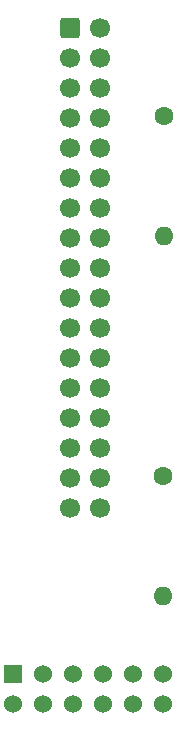
<source format=gbr>
%TF.GenerationSoftware,KiCad,Pcbnew,7.0.1*%
%TF.CreationDate,2024-01-08T20:06:19+01:00*%
%TF.ProjectId,pmod-floppy,706d6f64-2d66-46c6-9f70-70792e6b6963,rev?*%
%TF.SameCoordinates,Original*%
%TF.FileFunction,Soldermask,Top*%
%TF.FilePolarity,Negative*%
%FSLAX46Y46*%
G04 Gerber Fmt 4.6, Leading zero omitted, Abs format (unit mm)*
G04 Created by KiCad (PCBNEW 7.0.1) date 2024-01-08 20:06:19*
%MOMM*%
%LPD*%
G01*
G04 APERTURE LIST*
G04 Aperture macros list*
%AMRoundRect*
0 Rectangle with rounded corners*
0 $1 Rounding radius*
0 $2 $3 $4 $5 $6 $7 $8 $9 X,Y pos of 4 corners*
0 Add a 4 corners polygon primitive as box body*
4,1,4,$2,$3,$4,$5,$6,$7,$8,$9,$2,$3,0*
0 Add four circle primitives for the rounded corners*
1,1,$1+$1,$2,$3*
1,1,$1+$1,$4,$5*
1,1,$1+$1,$6,$7*
1,1,$1+$1,$8,$9*
0 Add four rect primitives between the rounded corners*
20,1,$1+$1,$2,$3,$4,$5,0*
20,1,$1+$1,$4,$5,$6,$7,0*
20,1,$1+$1,$6,$7,$8,$9,0*
20,1,$1+$1,$8,$9,$2,$3,0*%
G04 Aperture macros list end*
%ADD10C,1.600000*%
%ADD11O,1.600000X1.600000*%
%ADD12R,1.524000X1.524000*%
%ADD13C,1.524000*%
%ADD14RoundRect,0.250000X-0.600000X-0.600000X0.600000X-0.600000X0.600000X0.600000X-0.600000X0.600000X0*%
%ADD15C,1.700000*%
G04 APERTURE END LIST*
D10*
%TO.C,R2*%
X169000000Y-96340000D03*
D11*
X169000000Y-106500000D03*
%TD*%
D12*
%TO.C,PMOD1*%
X156210000Y-143510000D03*
D13*
X158750000Y-143510000D03*
X161290000Y-143510000D03*
X163830000Y-143510000D03*
X166370000Y-143510000D03*
X168910000Y-143510000D03*
X156210000Y-146050000D03*
X158750000Y-146050000D03*
X161290000Y-146050000D03*
X163830000Y-146050000D03*
X166370000Y-146050000D03*
X168910000Y-146050000D03*
%TD*%
D10*
%TO.C,R1*%
X168910000Y-126746000D03*
D11*
X168910000Y-136906000D03*
%TD*%
D14*
%TO.C,J1*%
X161020000Y-88820000D03*
D15*
X163560000Y-88820000D03*
X161020000Y-91360000D03*
X163560000Y-91360000D03*
X161020000Y-93900000D03*
X163560000Y-93900000D03*
X161020000Y-96440000D03*
X163560000Y-96440000D03*
X161020000Y-98980000D03*
X163560000Y-98980000D03*
X161020000Y-101520000D03*
X163560000Y-101520000D03*
X161020000Y-104060000D03*
X163560000Y-104060000D03*
X161020000Y-106600000D03*
X163560000Y-106600000D03*
X161020000Y-109140000D03*
X163560000Y-109140000D03*
X161020000Y-111680000D03*
X163560000Y-111680000D03*
X161020000Y-114220000D03*
X163560000Y-114220000D03*
X161020000Y-116760000D03*
X163560000Y-116760000D03*
X161020000Y-119300000D03*
X163560000Y-119300000D03*
X161020000Y-121840000D03*
X163560000Y-121840000D03*
X161020000Y-124380000D03*
X163560000Y-124380000D03*
X161020000Y-126920000D03*
X163560000Y-126920000D03*
X161020000Y-129460000D03*
X163560000Y-129460000D03*
%TD*%
M02*

</source>
